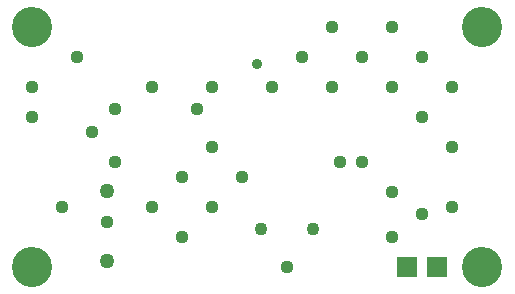
<source format=gbs>
G75*
%MOIN*%
%OFA0B0*%
%FSLAX25Y25*%
%IPPOS*%
%LPD*%
%AMOC8*
5,1,8,0,0,1.08239X$1,22.5*
%
%ADD10C,0.13398*%
%ADD11C,0.03556*%
%ADD12C,0.05013*%
%ADD13C,0.04343*%
%ADD14R,0.06800X0.06800*%
%ADD15C,0.04369*%
D10*
X0020000Y0018874D03*
X0020000Y0098874D03*
X0170000Y0098874D03*
X0170000Y0018874D03*
D11*
X0095000Y0086374D03*
D12*
X0045000Y0044307D03*
X0045000Y0020685D03*
D13*
X0096339Y0031374D03*
X0113661Y0031374D03*
D14*
X0145000Y0018874D03*
X0155000Y0018874D03*
D15*
X0140000Y0028874D03*
X0150000Y0036374D03*
X0160000Y0038874D03*
X0140000Y0043874D03*
X0130000Y0053874D03*
X0122500Y0053874D03*
X0150000Y0068874D03*
X0160000Y0058874D03*
X0160000Y0078874D03*
X0150000Y0088874D03*
X0140000Y0078874D03*
X0130000Y0088874D03*
X0120000Y0078874D03*
X0110000Y0088874D03*
X0100000Y0078874D03*
X0080000Y0078874D03*
X0075000Y0071374D03*
X0060000Y0078874D03*
X0047500Y0071374D03*
X0040000Y0063874D03*
X0047500Y0053874D03*
X0070000Y0048874D03*
X0060000Y0038874D03*
X0070000Y0028874D03*
X0080000Y0038874D03*
X0090000Y0048874D03*
X0080000Y0058874D03*
X0045000Y0033874D03*
X0030000Y0038874D03*
X0020000Y0068874D03*
X0020000Y0078874D03*
X0035000Y0088874D03*
X0120000Y0098874D03*
X0140000Y0098874D03*
X0105000Y0018874D03*
M02*

</source>
